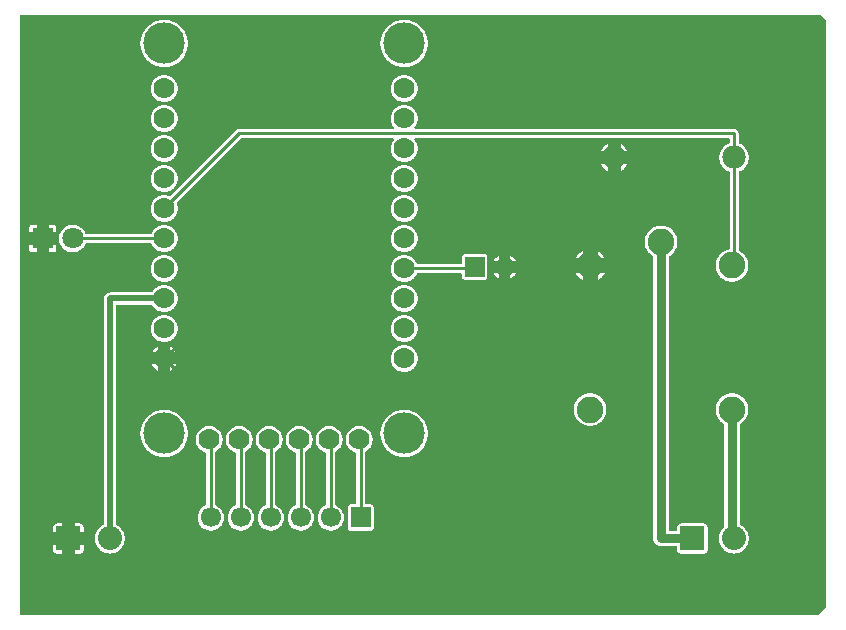
<source format=gbl>
G04 Layer: BottomLayer*
G04 EasyEDA v6.5.22, 2023-03-10 16:28:45*
G04 028e3914a6f949ed9ca799ef75e4ed4f,10*
G04 Gerber Generator version 0.2*
G04 Scale: 100 percent, Rotated: No, Reflected: No *
G04 Dimensions in millimeters *
G04 leading zeros omitted , absolute positions ,4 integer and 5 decimal *
%FSLAX45Y45*%
%MOMM*%

%ADD10C,0.2540*%
%ADD11C,0.8000*%
%ADD12C,0.5000*%
%ADD13R,1.7000X1.7000*%
%ADD14C,1.7000*%
%ADD15C,1.8000*%
%ADD16R,1.8000X1.8000*%
%ADD17R,1.6510X1.6510*%
%ADD18C,1.6510*%
%ADD19C,1.9812*%
%ADD20R,2.0320X2.0320*%
%ADD21C,2.0320*%
%ADD22C,2.2499*%
%ADD23C,3.5052*%
%ADD24C,1.7780*%
%ADD25C,0.0163*%

%LPD*%
G36*
X1318260Y2794000D02*
G01*
X1314348Y2794762D01*
X1311097Y2796997D01*
X1308862Y2800248D01*
X1308100Y2804160D01*
X1308100Y7863840D01*
X1308862Y7867751D01*
X1311097Y7871002D01*
X1314348Y7873238D01*
X1318260Y7874000D01*
X8085683Y7874000D01*
X8089595Y7873238D01*
X8092897Y7871002D01*
X8125002Y7838897D01*
X8127238Y7835595D01*
X8128000Y7831683D01*
X8128000Y2861716D01*
X8127238Y2857804D01*
X8125002Y2854502D01*
X8067497Y2796997D01*
X8064195Y2794762D01*
X8060283Y2794000D01*
G37*

%LPC*%
G36*
X1774189Y3314192D02*
G01*
X1818081Y3314192D01*
X1824380Y3314903D01*
X1829866Y3316833D01*
X1834743Y3319881D01*
X1838858Y3323996D01*
X1841906Y3328873D01*
X1843836Y3334359D01*
X1844548Y3340658D01*
X1844548Y3384550D01*
X1774189Y3384550D01*
G37*
G36*
X1615998Y3314192D02*
G01*
X1659889Y3314192D01*
X1659889Y3384550D01*
X1589532Y3384550D01*
X1589532Y3340658D01*
X1590243Y3334359D01*
X1592173Y3328873D01*
X1595221Y3323996D01*
X1599336Y3319881D01*
X1604213Y3316833D01*
X1609699Y3314903D01*
G37*
G36*
X7350759Y3314192D02*
G01*
X7366152Y3315157D01*
X7381290Y3317900D01*
X7395972Y3322472D01*
X7409992Y3328822D01*
X7423200Y3336798D01*
X7435291Y3346297D01*
X7446162Y3357168D01*
X7455662Y3369259D01*
X7463637Y3382467D01*
X7469987Y3396487D01*
X7474559Y3411169D01*
X7477302Y3426307D01*
X7478268Y3441700D01*
X7477302Y3457092D01*
X7474559Y3472230D01*
X7469987Y3486912D01*
X7463637Y3500932D01*
X7455662Y3514140D01*
X7446162Y3526231D01*
X7435291Y3537102D01*
X7423200Y3546601D01*
X7409992Y3554577D01*
X7405979Y3556406D01*
X7402830Y3558641D01*
X7400747Y3561842D01*
X7399985Y3565651D01*
X7399985Y4405782D01*
X7400594Y4409236D01*
X7402372Y4412284D01*
X7405065Y4414570D01*
X7410145Y4417466D01*
X7423048Y4427118D01*
X7434732Y4438142D01*
X7445095Y4450486D01*
X7453934Y4463897D01*
X7461148Y4478324D01*
X7466685Y4493412D01*
X7470394Y4509058D01*
X7472273Y4525060D01*
X7472273Y4541164D01*
X7470394Y4557166D01*
X7466685Y4572812D01*
X7461148Y4587900D01*
X7453934Y4602327D01*
X7445095Y4615738D01*
X7434732Y4628083D01*
X7423048Y4639106D01*
X7410145Y4648758D01*
X7396225Y4656785D01*
X7381443Y4663135D01*
X7366000Y4667758D01*
X7350150Y4670552D01*
X7334097Y4671517D01*
X7318044Y4670552D01*
X7302195Y4667758D01*
X7286752Y4663135D01*
X7271969Y4656785D01*
X7258050Y4648758D01*
X7245146Y4639106D01*
X7233462Y4628083D01*
X7223099Y4615738D01*
X7214260Y4602327D01*
X7207046Y4587900D01*
X7201509Y4572812D01*
X7197801Y4557166D01*
X7195921Y4541164D01*
X7195921Y4525060D01*
X7197801Y4509058D01*
X7201509Y4493412D01*
X7207046Y4478324D01*
X7214260Y4463897D01*
X7223099Y4450486D01*
X7233462Y4438142D01*
X7245146Y4427118D01*
X7258050Y4417466D01*
X7263130Y4414570D01*
X7265822Y4412284D01*
X7267600Y4409236D01*
X7268209Y4405782D01*
X7268209Y3543300D01*
X7267397Y3539439D01*
X7265212Y3536137D01*
X7255357Y3526231D01*
X7245858Y3514140D01*
X7237882Y3500932D01*
X7231532Y3486912D01*
X7226960Y3472230D01*
X7224217Y3457092D01*
X7223252Y3441700D01*
X7224217Y3426307D01*
X7226960Y3411169D01*
X7231532Y3396487D01*
X7237882Y3382467D01*
X7245858Y3369259D01*
X7255357Y3357168D01*
X7266228Y3346297D01*
X7278319Y3336798D01*
X7291527Y3328822D01*
X7305548Y3322472D01*
X7320229Y3317900D01*
X7335367Y3315157D01*
G37*
G36*
X6899198Y3314192D02*
G01*
X7101281Y3314192D01*
X7107580Y3314903D01*
X7113066Y3316833D01*
X7117943Y3319881D01*
X7122058Y3323996D01*
X7125106Y3328873D01*
X7127036Y3334359D01*
X7127748Y3340658D01*
X7127748Y3542741D01*
X7127036Y3549040D01*
X7125106Y3554526D01*
X7122058Y3559403D01*
X7117943Y3563518D01*
X7113066Y3566566D01*
X7107580Y3568496D01*
X7101281Y3569208D01*
X6899198Y3569208D01*
X6892899Y3568496D01*
X6887413Y3566566D01*
X6882536Y3563518D01*
X6878421Y3559403D01*
X6875373Y3554526D01*
X6873443Y3549040D01*
X6872731Y3542741D01*
X6872731Y3517747D01*
X6871970Y3513886D01*
X6869734Y3510584D01*
X6866483Y3508400D01*
X6862572Y3507587D01*
X6810146Y3507587D01*
X6806285Y3508400D01*
X6802983Y3510584D01*
X6800799Y3513886D01*
X6799986Y3517747D01*
X6799986Y5825744D01*
X6800596Y5829249D01*
X6802374Y5832297D01*
X6805066Y5834583D01*
X6810146Y5837478D01*
X6823049Y5847080D01*
X6834733Y5858154D01*
X6845096Y5870448D01*
X6853936Y5883910D01*
X6861149Y5898286D01*
X6866686Y5913424D01*
X6870395Y5929071D01*
X6872274Y5945073D01*
X6872274Y5961126D01*
X6870395Y5977128D01*
X6866686Y5992774D01*
X6861149Y6007912D01*
X6853936Y6022289D01*
X6845096Y6035751D01*
X6834733Y6048044D01*
X6823049Y6059119D01*
X6810146Y6068720D01*
X6796227Y6076746D01*
X6781444Y6083147D01*
X6766001Y6087770D01*
X6750151Y6090564D01*
X6734098Y6091478D01*
X6718046Y6090564D01*
X6702196Y6087770D01*
X6686753Y6083147D01*
X6671970Y6076746D01*
X6658051Y6068720D01*
X6645148Y6059119D01*
X6633464Y6048044D01*
X6623100Y6035751D01*
X6614261Y6022289D01*
X6607048Y6007912D01*
X6601510Y5992774D01*
X6597802Y5977128D01*
X6595922Y5961126D01*
X6595922Y5945073D01*
X6597802Y5929071D01*
X6601510Y5913424D01*
X6607048Y5898286D01*
X6614261Y5883910D01*
X6623100Y5870448D01*
X6633464Y5858154D01*
X6645148Y5847080D01*
X6658051Y5837478D01*
X6663131Y5834583D01*
X6665823Y5832297D01*
X6667601Y5829249D01*
X6668211Y5825744D01*
X6668211Y3442106D01*
X6669024Y3431387D01*
X6671462Y3421329D01*
X6675424Y3411778D01*
X6680809Y3402990D01*
X6687515Y3395116D01*
X6695389Y3388410D01*
X6704177Y3383026D01*
X6713728Y3379063D01*
X6723786Y3376625D01*
X6734505Y3375812D01*
X6862572Y3375812D01*
X6866483Y3374999D01*
X6869734Y3372815D01*
X6871970Y3369513D01*
X6872731Y3365652D01*
X6872731Y3340658D01*
X6873443Y3334359D01*
X6875373Y3328873D01*
X6878421Y3323996D01*
X6882536Y3319881D01*
X6887413Y3316833D01*
X6892899Y3314903D01*
G37*
G36*
X2067560Y3314192D02*
G01*
X2082952Y3315157D01*
X2098090Y3317900D01*
X2112772Y3322472D01*
X2126792Y3328822D01*
X2140000Y3336798D01*
X2152091Y3346297D01*
X2162962Y3357168D01*
X2172462Y3369259D01*
X2180437Y3382467D01*
X2186787Y3396487D01*
X2191359Y3411169D01*
X2194102Y3426307D01*
X2195068Y3441700D01*
X2194102Y3457092D01*
X2191359Y3472230D01*
X2186787Y3486912D01*
X2180437Y3500932D01*
X2172462Y3514140D01*
X2162962Y3526231D01*
X2152091Y3537102D01*
X2140000Y3546601D01*
X2125929Y3555034D01*
X2123287Y3557320D01*
X2121611Y3560368D01*
X2121001Y3563772D01*
X2121001Y5412638D01*
X2121763Y5416499D01*
X2123998Y5419801D01*
X2127300Y5422036D01*
X2131161Y5422798D01*
X2418334Y5422798D01*
X2421686Y5422239D01*
X2424633Y5420614D01*
X2426919Y5418074D01*
X2434437Y5406237D01*
X2443632Y5395112D01*
X2454148Y5385257D01*
X2465781Y5376773D01*
X2478430Y5369814D01*
X2491841Y5364530D01*
X2505811Y5360924D01*
X2520086Y5359146D01*
X2534513Y5359146D01*
X2548788Y5360924D01*
X2562758Y5364530D01*
X2576169Y5369814D01*
X2588818Y5376773D01*
X2600452Y5385257D01*
X2610967Y5395112D01*
X2620162Y5406237D01*
X2627884Y5418378D01*
X2634030Y5431434D01*
X2638501Y5445150D01*
X2641193Y5459323D01*
X2642108Y5473700D01*
X2641193Y5488076D01*
X2638501Y5502249D01*
X2634030Y5515965D01*
X2627884Y5529021D01*
X2620162Y5541162D01*
X2610967Y5552287D01*
X2600452Y5562142D01*
X2588818Y5570626D01*
X2576169Y5577586D01*
X2562758Y5582869D01*
X2548788Y5586476D01*
X2534513Y5588254D01*
X2520086Y5588254D01*
X2505811Y5586476D01*
X2491841Y5582869D01*
X2478430Y5577586D01*
X2465781Y5570626D01*
X2454148Y5562142D01*
X2443632Y5552287D01*
X2434437Y5541162D01*
X2426919Y5529326D01*
X2424633Y5526786D01*
X2421686Y5525160D01*
X2418334Y5524601D01*
X2070557Y5524601D01*
X2061260Y5523788D01*
X2052726Y5521502D01*
X2044649Y5517743D01*
X2037384Y5512663D01*
X2031136Y5506415D01*
X2026056Y5499150D01*
X2022297Y5491073D01*
X2020011Y5482539D01*
X2019198Y5473242D01*
X2019198Y3566058D01*
X2018436Y3562248D01*
X2016353Y3558997D01*
X2013204Y3556762D01*
X2008327Y3554577D01*
X1995119Y3546601D01*
X1983028Y3537102D01*
X1972157Y3526231D01*
X1962657Y3514140D01*
X1954682Y3500932D01*
X1948332Y3486912D01*
X1943760Y3472230D01*
X1941017Y3457092D01*
X1940052Y3441700D01*
X1941017Y3426307D01*
X1943760Y3411169D01*
X1948332Y3396487D01*
X1954682Y3382467D01*
X1962657Y3369259D01*
X1972157Y3357168D01*
X1983028Y3346297D01*
X1995119Y3336798D01*
X2008327Y3328822D01*
X2022348Y3322472D01*
X2037029Y3317900D01*
X2052167Y3315157D01*
G37*
G36*
X1774189Y3498850D02*
G01*
X1844548Y3498850D01*
X1844548Y3542741D01*
X1843836Y3549040D01*
X1841906Y3554526D01*
X1838858Y3559403D01*
X1834743Y3563518D01*
X1829866Y3566566D01*
X1824380Y3568496D01*
X1818081Y3569208D01*
X1774189Y3569208D01*
G37*
G36*
X1589532Y3498850D02*
G01*
X1659889Y3498850D01*
X1659889Y3569208D01*
X1615998Y3569208D01*
X1609699Y3568496D01*
X1604213Y3566566D01*
X1599336Y3563518D01*
X1595221Y3559403D01*
X1592173Y3554526D01*
X1590243Y3549040D01*
X1589532Y3542741D01*
G37*
G36*
X4106570Y3508603D02*
G01*
X4275429Y3508603D01*
X4281728Y3509314D01*
X4287215Y3511194D01*
X4292092Y3514293D01*
X4296206Y3518408D01*
X4299305Y3523284D01*
X4301185Y3528771D01*
X4301896Y3535070D01*
X4301896Y3703929D01*
X4301185Y3710228D01*
X4299305Y3715715D01*
X4296206Y3720592D01*
X4292092Y3724706D01*
X4287215Y3727805D01*
X4281728Y3729685D01*
X4275429Y3730396D01*
X4239768Y3730396D01*
X4235856Y3731158D01*
X4232605Y3733393D01*
X4230370Y3736695D01*
X4229608Y3740556D01*
X4229608Y4171187D01*
X4230166Y4174540D01*
X4231792Y4177487D01*
X4234332Y4179773D01*
X4245762Y4187037D01*
X4256887Y4196232D01*
X4266742Y4206748D01*
X4275226Y4218381D01*
X4282186Y4231030D01*
X4287469Y4244441D01*
X4291076Y4258411D01*
X4292854Y4272686D01*
X4292854Y4287113D01*
X4291076Y4301388D01*
X4287469Y4315358D01*
X4282186Y4328769D01*
X4275226Y4341418D01*
X4266742Y4353052D01*
X4256887Y4363567D01*
X4245762Y4372762D01*
X4233621Y4380484D01*
X4220565Y4386630D01*
X4206849Y4391101D01*
X4192676Y4393793D01*
X4178300Y4394708D01*
X4163923Y4393793D01*
X4149750Y4391101D01*
X4136034Y4386630D01*
X4122978Y4380484D01*
X4110837Y4372762D01*
X4099712Y4363567D01*
X4089857Y4353052D01*
X4081373Y4341418D01*
X4074414Y4328769D01*
X4069130Y4315358D01*
X4065524Y4301388D01*
X4063746Y4287113D01*
X4063746Y4272686D01*
X4065524Y4258411D01*
X4069130Y4244441D01*
X4074414Y4231030D01*
X4081373Y4218381D01*
X4089857Y4206748D01*
X4099712Y4196232D01*
X4110837Y4187037D01*
X4122978Y4179315D01*
X4136034Y4173169D01*
X4145381Y4170121D01*
X4149039Y4168038D01*
X4151528Y4164634D01*
X4152392Y4160469D01*
X4152392Y3740556D01*
X4151629Y3736695D01*
X4149394Y3733393D01*
X4146143Y3731158D01*
X4142232Y3730396D01*
X4106570Y3730396D01*
X4100271Y3729685D01*
X4094784Y3727805D01*
X4089908Y3724706D01*
X4085793Y3720592D01*
X4082694Y3715715D01*
X4080814Y3710228D01*
X4080103Y3703929D01*
X4080103Y3535070D01*
X4080814Y3528771D01*
X4082694Y3523284D01*
X4085793Y3518408D01*
X4089908Y3514293D01*
X4094784Y3511194D01*
X4100271Y3509314D01*
G37*
G36*
X2917444Y3508654D02*
G01*
X2931668Y3509111D01*
X2945688Y3511397D01*
X2959303Y3515410D01*
X2972308Y3521201D01*
X2984449Y3528568D01*
X2995574Y3537407D01*
X3005429Y3547618D01*
X3013913Y3558997D01*
X3020923Y3571392D01*
X3026257Y3584549D01*
X3029864Y3598316D01*
X3031642Y3612387D01*
X3031642Y3626612D01*
X3029864Y3640683D01*
X3026257Y3654450D01*
X3020923Y3667607D01*
X3013913Y3680002D01*
X3005429Y3691382D01*
X2995574Y3701592D01*
X2984449Y3710432D01*
X2972308Y3717798D01*
X2965653Y3720744D01*
X2962452Y3722979D01*
X2960370Y3726230D01*
X2959608Y3730040D01*
X2959608Y4171187D01*
X2960166Y4174540D01*
X2961792Y4177487D01*
X2964332Y4179773D01*
X2975762Y4187037D01*
X2986887Y4196232D01*
X2996742Y4206748D01*
X3005226Y4218381D01*
X3012186Y4231030D01*
X3017469Y4244441D01*
X3021076Y4258411D01*
X3022854Y4272686D01*
X3022854Y4287113D01*
X3021076Y4301388D01*
X3017469Y4315358D01*
X3012186Y4328769D01*
X3005226Y4341418D01*
X2996742Y4353052D01*
X2986887Y4363567D01*
X2975762Y4372762D01*
X2963621Y4380484D01*
X2950565Y4386630D01*
X2936849Y4391101D01*
X2922676Y4393793D01*
X2908300Y4394708D01*
X2893923Y4393793D01*
X2879750Y4391101D01*
X2866034Y4386630D01*
X2852978Y4380484D01*
X2840837Y4372762D01*
X2829712Y4363567D01*
X2819857Y4353052D01*
X2811373Y4341418D01*
X2804414Y4328769D01*
X2799130Y4315358D01*
X2795524Y4301388D01*
X2793746Y4287113D01*
X2793746Y4272686D01*
X2795524Y4258411D01*
X2799130Y4244441D01*
X2804414Y4231030D01*
X2811373Y4218381D01*
X2819857Y4206748D01*
X2829712Y4196232D01*
X2840837Y4187037D01*
X2852978Y4179315D01*
X2866034Y4173169D01*
X2875381Y4170121D01*
X2879039Y4168038D01*
X2881528Y4164634D01*
X2882392Y4160469D01*
X2882392Y3730294D01*
X2881731Y3726687D01*
X2879801Y3723538D01*
X2876905Y3721252D01*
X2863494Y3714292D01*
X2851861Y3706215D01*
X2841345Y3696665D01*
X2832150Y3685844D01*
X2824378Y3673906D01*
X2818231Y3661105D01*
X2813761Y3647643D01*
X2811018Y3633673D01*
X2810103Y3619500D01*
X2811018Y3605326D01*
X2813761Y3591356D01*
X2818231Y3577894D01*
X2824378Y3565093D01*
X2832150Y3553155D01*
X2841345Y3542334D01*
X2851861Y3532784D01*
X2863494Y3524656D01*
X2876092Y3518103D01*
X2889453Y3513175D01*
X2903321Y3510026D01*
G37*
G36*
X3933444Y3508654D02*
G01*
X3947668Y3509111D01*
X3961688Y3511397D01*
X3975303Y3515410D01*
X3988308Y3521201D01*
X4000449Y3528568D01*
X4011574Y3537407D01*
X4021429Y3547618D01*
X4029913Y3558997D01*
X4036923Y3571392D01*
X4042257Y3584549D01*
X4045864Y3598316D01*
X4047642Y3612387D01*
X4047642Y3626612D01*
X4045864Y3640683D01*
X4042257Y3654450D01*
X4036923Y3667607D01*
X4029913Y3680002D01*
X4021429Y3691382D01*
X4011574Y3701592D01*
X4000449Y3710432D01*
X3988308Y3717798D01*
X3981653Y3720744D01*
X3978452Y3722979D01*
X3976370Y3726230D01*
X3975608Y3730040D01*
X3975608Y4171187D01*
X3976166Y4174540D01*
X3977792Y4177487D01*
X3980332Y4179773D01*
X3991762Y4187037D01*
X4002887Y4196232D01*
X4012742Y4206748D01*
X4021226Y4218381D01*
X4028186Y4231030D01*
X4033469Y4244441D01*
X4037076Y4258411D01*
X4038854Y4272686D01*
X4038854Y4287113D01*
X4037076Y4301388D01*
X4033469Y4315358D01*
X4028186Y4328769D01*
X4021226Y4341418D01*
X4012742Y4353052D01*
X4002887Y4363567D01*
X3991762Y4372762D01*
X3979621Y4380484D01*
X3966565Y4386630D01*
X3952849Y4391101D01*
X3938676Y4393793D01*
X3924300Y4394708D01*
X3909923Y4393793D01*
X3895750Y4391101D01*
X3882034Y4386630D01*
X3868978Y4380484D01*
X3856837Y4372762D01*
X3845712Y4363567D01*
X3835857Y4353052D01*
X3827373Y4341418D01*
X3820414Y4328769D01*
X3815130Y4315358D01*
X3811524Y4301388D01*
X3809746Y4287113D01*
X3809746Y4272686D01*
X3811524Y4258411D01*
X3815130Y4244441D01*
X3820414Y4231030D01*
X3827373Y4218381D01*
X3835857Y4206748D01*
X3845712Y4196232D01*
X3856837Y4187037D01*
X3868978Y4179315D01*
X3882034Y4173169D01*
X3891381Y4170121D01*
X3895039Y4168038D01*
X3897528Y4164634D01*
X3898392Y4160469D01*
X3898392Y3730294D01*
X3897731Y3726687D01*
X3895801Y3723538D01*
X3892905Y3721252D01*
X3879494Y3714292D01*
X3867861Y3706215D01*
X3857345Y3696665D01*
X3848150Y3685844D01*
X3840378Y3673906D01*
X3834231Y3661105D01*
X3829761Y3647643D01*
X3827018Y3633673D01*
X3826103Y3619500D01*
X3827018Y3605326D01*
X3829761Y3591356D01*
X3834231Y3577894D01*
X3840378Y3565093D01*
X3848150Y3553155D01*
X3857345Y3542334D01*
X3867861Y3532784D01*
X3879494Y3524656D01*
X3892092Y3518103D01*
X3905453Y3513175D01*
X3919321Y3510026D01*
G37*
G36*
X3171444Y3508654D02*
G01*
X3185668Y3509111D01*
X3199688Y3511397D01*
X3213303Y3515410D01*
X3226308Y3521201D01*
X3238449Y3528568D01*
X3249574Y3537407D01*
X3259429Y3547618D01*
X3267913Y3558997D01*
X3274923Y3571392D01*
X3280257Y3584549D01*
X3283864Y3598316D01*
X3285642Y3612387D01*
X3285642Y3626612D01*
X3283864Y3640683D01*
X3280257Y3654450D01*
X3274923Y3667607D01*
X3267913Y3680002D01*
X3259429Y3691382D01*
X3249574Y3701592D01*
X3238449Y3710432D01*
X3226308Y3717798D01*
X3219653Y3720744D01*
X3216452Y3722979D01*
X3214370Y3726230D01*
X3213608Y3730040D01*
X3213608Y4171187D01*
X3214166Y4174540D01*
X3215792Y4177487D01*
X3218332Y4179773D01*
X3229762Y4187037D01*
X3240887Y4196232D01*
X3250742Y4206748D01*
X3259226Y4218381D01*
X3266186Y4231030D01*
X3271469Y4244441D01*
X3275076Y4258411D01*
X3276854Y4272686D01*
X3276854Y4287113D01*
X3275076Y4301388D01*
X3271469Y4315358D01*
X3266186Y4328769D01*
X3259226Y4341418D01*
X3250742Y4353052D01*
X3240887Y4363567D01*
X3229762Y4372762D01*
X3217621Y4380484D01*
X3204565Y4386630D01*
X3190849Y4391101D01*
X3176676Y4393793D01*
X3162300Y4394708D01*
X3147923Y4393793D01*
X3133750Y4391101D01*
X3120034Y4386630D01*
X3106978Y4380484D01*
X3094837Y4372762D01*
X3083712Y4363567D01*
X3073857Y4353052D01*
X3065373Y4341418D01*
X3058414Y4328769D01*
X3053130Y4315358D01*
X3049524Y4301388D01*
X3047746Y4287113D01*
X3047746Y4272686D01*
X3049524Y4258411D01*
X3053130Y4244441D01*
X3058414Y4231030D01*
X3065373Y4218381D01*
X3073857Y4206748D01*
X3083712Y4196232D01*
X3094837Y4187037D01*
X3106978Y4179315D01*
X3120034Y4173169D01*
X3129381Y4170121D01*
X3133039Y4168038D01*
X3135528Y4164634D01*
X3136392Y4160469D01*
X3136392Y3730294D01*
X3135731Y3726687D01*
X3133801Y3723538D01*
X3130905Y3721252D01*
X3117494Y3714292D01*
X3105861Y3706215D01*
X3095345Y3696665D01*
X3086150Y3685844D01*
X3078378Y3673906D01*
X3072231Y3661105D01*
X3067761Y3647643D01*
X3065018Y3633673D01*
X3064103Y3619500D01*
X3065018Y3605326D01*
X3067761Y3591356D01*
X3072231Y3577894D01*
X3078378Y3565093D01*
X3086150Y3553155D01*
X3095345Y3542334D01*
X3105861Y3532784D01*
X3117494Y3524656D01*
X3130092Y3518103D01*
X3143453Y3513175D01*
X3157321Y3510026D01*
G37*
G36*
X3679444Y3508654D02*
G01*
X3693668Y3509111D01*
X3707688Y3511397D01*
X3721303Y3515410D01*
X3734308Y3521201D01*
X3746449Y3528568D01*
X3757574Y3537407D01*
X3767429Y3547618D01*
X3775913Y3558997D01*
X3782923Y3571392D01*
X3788257Y3584549D01*
X3791864Y3598316D01*
X3793642Y3612387D01*
X3793642Y3626612D01*
X3791864Y3640683D01*
X3788257Y3654450D01*
X3782923Y3667607D01*
X3775913Y3680002D01*
X3767429Y3691382D01*
X3757574Y3701592D01*
X3746449Y3710432D01*
X3734308Y3717798D01*
X3727653Y3720744D01*
X3724452Y3722979D01*
X3722370Y3726230D01*
X3721608Y3730040D01*
X3721608Y4171187D01*
X3722166Y4174540D01*
X3723792Y4177487D01*
X3726332Y4179773D01*
X3737762Y4187037D01*
X3748887Y4196232D01*
X3758742Y4206748D01*
X3767226Y4218381D01*
X3774186Y4231030D01*
X3779469Y4244441D01*
X3783076Y4258411D01*
X3784854Y4272686D01*
X3784854Y4287113D01*
X3783076Y4301388D01*
X3779469Y4315358D01*
X3774186Y4328769D01*
X3767226Y4341418D01*
X3758742Y4353052D01*
X3748887Y4363567D01*
X3737762Y4372762D01*
X3725621Y4380484D01*
X3712565Y4386630D01*
X3698849Y4391101D01*
X3684676Y4393793D01*
X3670300Y4394708D01*
X3655923Y4393793D01*
X3641750Y4391101D01*
X3628034Y4386630D01*
X3614978Y4380484D01*
X3602837Y4372762D01*
X3591712Y4363567D01*
X3581857Y4353052D01*
X3573373Y4341418D01*
X3566414Y4328769D01*
X3561130Y4315358D01*
X3557524Y4301388D01*
X3555746Y4287113D01*
X3555746Y4272686D01*
X3557524Y4258411D01*
X3561130Y4244441D01*
X3566414Y4231030D01*
X3573373Y4218381D01*
X3581857Y4206748D01*
X3591712Y4196232D01*
X3602837Y4187037D01*
X3614978Y4179315D01*
X3628034Y4173169D01*
X3637381Y4170121D01*
X3641039Y4168038D01*
X3643528Y4164634D01*
X3644392Y4160469D01*
X3644392Y3730294D01*
X3643731Y3726687D01*
X3641801Y3723538D01*
X3638905Y3721252D01*
X3625494Y3714292D01*
X3613861Y3706215D01*
X3603345Y3696665D01*
X3594150Y3685844D01*
X3586378Y3673906D01*
X3580231Y3661105D01*
X3575761Y3647643D01*
X3573018Y3633673D01*
X3572103Y3619500D01*
X3573018Y3605326D01*
X3575761Y3591356D01*
X3580231Y3577894D01*
X3586378Y3565093D01*
X3594150Y3553155D01*
X3603345Y3542334D01*
X3613861Y3532784D01*
X3625494Y3524656D01*
X3638092Y3518103D01*
X3651453Y3513175D01*
X3665321Y3510026D01*
G37*
G36*
X3425444Y3508654D02*
G01*
X3439668Y3509111D01*
X3453688Y3511397D01*
X3467303Y3515410D01*
X3480308Y3521201D01*
X3492449Y3528568D01*
X3503574Y3537407D01*
X3513429Y3547618D01*
X3521913Y3558997D01*
X3528923Y3571392D01*
X3534257Y3584549D01*
X3537864Y3598316D01*
X3539642Y3612387D01*
X3539642Y3626612D01*
X3537864Y3640683D01*
X3534257Y3654450D01*
X3528923Y3667607D01*
X3521913Y3680002D01*
X3513429Y3691382D01*
X3503574Y3701592D01*
X3492449Y3710432D01*
X3480308Y3717798D01*
X3473653Y3720744D01*
X3470452Y3722979D01*
X3468370Y3726230D01*
X3467608Y3730040D01*
X3467608Y4171187D01*
X3468166Y4174540D01*
X3469792Y4177487D01*
X3472332Y4179773D01*
X3483762Y4187037D01*
X3494887Y4196232D01*
X3504742Y4206748D01*
X3513226Y4218381D01*
X3520186Y4231030D01*
X3525469Y4244441D01*
X3529076Y4258411D01*
X3530854Y4272686D01*
X3530854Y4287113D01*
X3529076Y4301388D01*
X3525469Y4315358D01*
X3520186Y4328769D01*
X3513226Y4341418D01*
X3504742Y4353052D01*
X3494887Y4363567D01*
X3483762Y4372762D01*
X3471621Y4380484D01*
X3458565Y4386630D01*
X3444849Y4391101D01*
X3430676Y4393793D01*
X3416300Y4394708D01*
X3401923Y4393793D01*
X3387750Y4391101D01*
X3374034Y4386630D01*
X3360978Y4380484D01*
X3348837Y4372762D01*
X3337712Y4363567D01*
X3327857Y4353052D01*
X3319373Y4341418D01*
X3312414Y4328769D01*
X3307130Y4315358D01*
X3303524Y4301388D01*
X3301746Y4287113D01*
X3301746Y4272686D01*
X3303524Y4258411D01*
X3307130Y4244441D01*
X3312414Y4231030D01*
X3319373Y4218381D01*
X3327857Y4206748D01*
X3337712Y4196232D01*
X3348837Y4187037D01*
X3360978Y4179315D01*
X3374034Y4173169D01*
X3383381Y4170121D01*
X3387039Y4168038D01*
X3389528Y4164634D01*
X3390392Y4160469D01*
X3390392Y3730294D01*
X3389731Y3726687D01*
X3387801Y3723538D01*
X3384905Y3721252D01*
X3371494Y3714292D01*
X3359861Y3706215D01*
X3349345Y3696665D01*
X3340150Y3685844D01*
X3332378Y3673906D01*
X3326231Y3661105D01*
X3321761Y3647643D01*
X3319018Y3633673D01*
X3318103Y3619500D01*
X3319018Y3605326D01*
X3321761Y3591356D01*
X3326231Y3577894D01*
X3332378Y3565093D01*
X3340150Y3553155D01*
X3349345Y3542334D01*
X3359861Y3532784D01*
X3371494Y3524656D01*
X3384092Y3518103D01*
X3397453Y3513175D01*
X3411321Y3510026D01*
G37*
G36*
X2532176Y4129582D02*
G01*
X2551531Y4131005D01*
X2570683Y4134307D01*
X2589479Y4139387D01*
X2607614Y4146296D01*
X2625039Y4154881D01*
X2641549Y4165142D01*
X2656992Y4176928D01*
X2671267Y4190187D01*
X2684119Y4204716D01*
X2695549Y4220464D01*
X2705404Y4237228D01*
X2713583Y4254855D01*
X2720035Y4273194D01*
X2724708Y4292041D01*
X2727502Y4311294D01*
X2728468Y4330700D01*
X2727502Y4350105D01*
X2724708Y4369358D01*
X2720035Y4388205D01*
X2713583Y4406544D01*
X2705404Y4424172D01*
X2695549Y4440936D01*
X2684119Y4456684D01*
X2671267Y4471212D01*
X2656992Y4484471D01*
X2641549Y4496257D01*
X2625039Y4506518D01*
X2607614Y4515104D01*
X2589479Y4522012D01*
X2570683Y4527092D01*
X2551531Y4530394D01*
X2532176Y4531817D01*
X2512720Y4531309D01*
X2493416Y4528972D01*
X2474468Y4524806D01*
X2455976Y4518761D01*
X2438146Y4511040D01*
X2421178Y4501591D01*
X2405176Y4490516D01*
X2390292Y4478020D01*
X2376728Y4464100D01*
X2364536Y4448911D01*
X2353919Y4432655D01*
X2344877Y4415485D01*
X2337562Y4397451D01*
X2331974Y4378858D01*
X2328265Y4359757D01*
X2326386Y4340402D01*
X2326386Y4320997D01*
X2328265Y4301642D01*
X2331974Y4282541D01*
X2337562Y4263948D01*
X2344877Y4245914D01*
X2353919Y4228744D01*
X2364536Y4212488D01*
X2376728Y4197299D01*
X2390292Y4183379D01*
X2405176Y4170883D01*
X2421178Y4159808D01*
X2438146Y4150360D01*
X2455976Y4142638D01*
X2474468Y4136593D01*
X2493416Y4132427D01*
X2512720Y4130090D01*
G37*
G36*
X4564176Y4129582D02*
G01*
X4583531Y4131005D01*
X4602683Y4134307D01*
X4621479Y4139387D01*
X4639614Y4146296D01*
X4657039Y4154881D01*
X4673549Y4165142D01*
X4688992Y4176928D01*
X4703267Y4190187D01*
X4716119Y4204716D01*
X4727549Y4220464D01*
X4737404Y4237228D01*
X4745583Y4254855D01*
X4752035Y4273194D01*
X4756708Y4292041D01*
X4759502Y4311294D01*
X4760468Y4330700D01*
X4759502Y4350105D01*
X4756708Y4369358D01*
X4752035Y4388205D01*
X4745583Y4406544D01*
X4737404Y4424172D01*
X4727549Y4440936D01*
X4716119Y4456684D01*
X4703267Y4471212D01*
X4688992Y4484471D01*
X4673549Y4496257D01*
X4657039Y4506518D01*
X4639614Y4515104D01*
X4621479Y4522012D01*
X4602683Y4527092D01*
X4583531Y4530394D01*
X4564176Y4531817D01*
X4544720Y4531309D01*
X4525416Y4528972D01*
X4506468Y4524806D01*
X4487976Y4518761D01*
X4470146Y4511040D01*
X4453178Y4501591D01*
X4437176Y4490516D01*
X4422292Y4478020D01*
X4408728Y4464100D01*
X4396536Y4448911D01*
X4385919Y4432655D01*
X4376877Y4415485D01*
X4369562Y4397451D01*
X4363974Y4378858D01*
X4360265Y4359757D01*
X4358386Y4340402D01*
X4358386Y4320997D01*
X4360265Y4301642D01*
X4363974Y4282541D01*
X4369562Y4263948D01*
X4376877Y4245914D01*
X4385919Y4228744D01*
X4396536Y4212488D01*
X4408728Y4197299D01*
X4422292Y4183379D01*
X4437176Y4170883D01*
X4453178Y4159808D01*
X4470146Y4150360D01*
X4487976Y4142638D01*
X4506468Y4136593D01*
X4525416Y4132427D01*
X4544720Y4130090D01*
G37*
G36*
X6134100Y4394708D02*
G01*
X6150152Y4395673D01*
X6166002Y4398467D01*
X6181445Y4403090D01*
X6196228Y4409440D01*
X6210147Y4417466D01*
X6223050Y4427118D01*
X6234734Y4438142D01*
X6245098Y4450486D01*
X6253937Y4463897D01*
X6261150Y4478324D01*
X6266688Y4493412D01*
X6270396Y4509058D01*
X6272276Y4525060D01*
X6272276Y4541164D01*
X6270396Y4557166D01*
X6266688Y4572812D01*
X6261150Y4587900D01*
X6253937Y4602327D01*
X6245098Y4615738D01*
X6234734Y4628083D01*
X6223050Y4639106D01*
X6210147Y4648758D01*
X6196228Y4656785D01*
X6181445Y4663135D01*
X6166002Y4667758D01*
X6150152Y4670552D01*
X6134100Y4671517D01*
X6118047Y4670552D01*
X6102197Y4667758D01*
X6086754Y4663135D01*
X6071971Y4656785D01*
X6058052Y4648758D01*
X6045149Y4639106D01*
X6033465Y4628083D01*
X6023102Y4615738D01*
X6014262Y4602327D01*
X6007049Y4587900D01*
X6001512Y4572812D01*
X5997803Y4557166D01*
X5995924Y4541164D01*
X5995924Y4525060D01*
X5997803Y4509058D01*
X6001512Y4493412D01*
X6007049Y4478324D01*
X6014262Y4463897D01*
X6023102Y4450486D01*
X6033465Y4438142D01*
X6045149Y4427118D01*
X6058052Y4417466D01*
X6071971Y4409440D01*
X6086754Y4403090D01*
X6102197Y4398467D01*
X6118047Y4395673D01*
G37*
G36*
X4552086Y4851146D02*
G01*
X4566513Y4851146D01*
X4580788Y4852924D01*
X4594758Y4856530D01*
X4608169Y4861814D01*
X4620818Y4868773D01*
X4632452Y4877257D01*
X4642967Y4887112D01*
X4652162Y4898237D01*
X4659884Y4910378D01*
X4666030Y4923434D01*
X4670501Y4937150D01*
X4673193Y4951323D01*
X4674108Y4965700D01*
X4673193Y4980076D01*
X4670501Y4994249D01*
X4666030Y5007965D01*
X4659884Y5021021D01*
X4652162Y5033162D01*
X4642967Y5044287D01*
X4632452Y5054142D01*
X4620818Y5062626D01*
X4608169Y5069586D01*
X4594758Y5074869D01*
X4580788Y5078476D01*
X4566513Y5080254D01*
X4552086Y5080254D01*
X4537811Y5078476D01*
X4523841Y5074869D01*
X4510430Y5069586D01*
X4497781Y5062626D01*
X4486148Y5054142D01*
X4475632Y5044287D01*
X4466437Y5033162D01*
X4458716Y5021021D01*
X4452569Y5007965D01*
X4448098Y4994249D01*
X4445406Y4980076D01*
X4444492Y4965700D01*
X4445406Y4951323D01*
X4448098Y4937150D01*
X4452569Y4923434D01*
X4458716Y4910378D01*
X4466437Y4898237D01*
X4475632Y4887112D01*
X4486148Y4877257D01*
X4497781Y4868773D01*
X4510430Y4861814D01*
X4523841Y4856530D01*
X4537811Y4852924D01*
G37*
G36*
X2476500Y4862880D02*
G01*
X2476500Y4914900D01*
X2424582Y4914900D01*
X2426716Y4910378D01*
X2434437Y4898237D01*
X2443632Y4887112D01*
X2454148Y4877257D01*
X2465781Y4868773D01*
G37*
G36*
X2578100Y4862880D02*
G01*
X2588818Y4868773D01*
X2600452Y4877257D01*
X2610967Y4887112D01*
X2620162Y4898237D01*
X2627884Y4910378D01*
X2630017Y4914900D01*
X2578100Y4914900D01*
G37*
G36*
X2578100Y5016500D02*
G01*
X2630017Y5016500D01*
X2627884Y5021021D01*
X2620162Y5033162D01*
X2610967Y5044287D01*
X2600452Y5054142D01*
X2588818Y5062626D01*
X2578100Y5068519D01*
G37*
G36*
X2424582Y5016500D02*
G01*
X2476500Y5016500D01*
X2476500Y5068519D01*
X2465781Y5062626D01*
X2454148Y5054142D01*
X2443632Y5044287D01*
X2434437Y5033162D01*
X2426716Y5021021D01*
G37*
G36*
X4552086Y5105146D02*
G01*
X4566513Y5105146D01*
X4580788Y5106924D01*
X4594758Y5110530D01*
X4608169Y5115814D01*
X4620818Y5122773D01*
X4632452Y5131257D01*
X4642967Y5141112D01*
X4652162Y5152237D01*
X4659884Y5164378D01*
X4666030Y5177434D01*
X4670501Y5191150D01*
X4673193Y5205323D01*
X4674108Y5219700D01*
X4673193Y5234076D01*
X4670501Y5248249D01*
X4666030Y5261965D01*
X4659884Y5275021D01*
X4652162Y5287162D01*
X4642967Y5298287D01*
X4632452Y5308142D01*
X4620818Y5316626D01*
X4608169Y5323586D01*
X4594758Y5328869D01*
X4580788Y5332476D01*
X4566513Y5334254D01*
X4552086Y5334254D01*
X4537811Y5332476D01*
X4523841Y5328869D01*
X4510430Y5323586D01*
X4497781Y5316626D01*
X4486148Y5308142D01*
X4475632Y5298287D01*
X4466437Y5287162D01*
X4458716Y5275021D01*
X4452569Y5261965D01*
X4448098Y5248249D01*
X4445406Y5234076D01*
X4444492Y5219700D01*
X4445406Y5205323D01*
X4448098Y5191150D01*
X4452569Y5177434D01*
X4458716Y5164378D01*
X4466437Y5152237D01*
X4475632Y5141112D01*
X4486148Y5131257D01*
X4497781Y5122773D01*
X4510430Y5115814D01*
X4523841Y5110530D01*
X4537811Y5106924D01*
G37*
G36*
X2520086Y5105146D02*
G01*
X2534513Y5105146D01*
X2548788Y5106924D01*
X2562758Y5110530D01*
X2576169Y5115814D01*
X2588818Y5122773D01*
X2600452Y5131257D01*
X2610967Y5141112D01*
X2620162Y5152237D01*
X2627884Y5164378D01*
X2634030Y5177434D01*
X2638501Y5191150D01*
X2641193Y5205323D01*
X2642108Y5219700D01*
X2641193Y5234076D01*
X2638501Y5248249D01*
X2634030Y5261965D01*
X2627884Y5275021D01*
X2620162Y5287162D01*
X2610967Y5298287D01*
X2600452Y5308142D01*
X2588818Y5316626D01*
X2576169Y5323586D01*
X2562758Y5328869D01*
X2548788Y5332476D01*
X2534513Y5334254D01*
X2520086Y5334254D01*
X2505811Y5332476D01*
X2491841Y5328869D01*
X2478430Y5323586D01*
X2465781Y5316626D01*
X2454148Y5308142D01*
X2443632Y5298287D01*
X2434437Y5287162D01*
X2426716Y5275021D01*
X2420569Y5261965D01*
X2416098Y5248249D01*
X2413406Y5234076D01*
X2412492Y5219700D01*
X2413406Y5205323D01*
X2416098Y5191150D01*
X2420569Y5177434D01*
X2426716Y5164378D01*
X2434437Y5152237D01*
X2443632Y5141112D01*
X2454148Y5131257D01*
X2465781Y5122773D01*
X2478430Y5115814D01*
X2491841Y5110530D01*
X2505811Y5106924D01*
G37*
G36*
X4552086Y5359146D02*
G01*
X4566513Y5359146D01*
X4580788Y5360924D01*
X4594758Y5364530D01*
X4608169Y5369814D01*
X4620818Y5376773D01*
X4632452Y5385257D01*
X4642967Y5395112D01*
X4652162Y5406237D01*
X4659884Y5418378D01*
X4666030Y5431434D01*
X4670501Y5445150D01*
X4673193Y5459323D01*
X4674108Y5473700D01*
X4673193Y5488076D01*
X4670501Y5502249D01*
X4666030Y5515965D01*
X4659884Y5529021D01*
X4652162Y5541162D01*
X4642967Y5552287D01*
X4632452Y5562142D01*
X4620818Y5570626D01*
X4608169Y5577586D01*
X4594758Y5582869D01*
X4580788Y5586476D01*
X4566513Y5588254D01*
X4552086Y5588254D01*
X4537811Y5586476D01*
X4523841Y5582869D01*
X4510430Y5577586D01*
X4497781Y5570626D01*
X4486148Y5562142D01*
X4475632Y5552287D01*
X4466437Y5541162D01*
X4458716Y5529021D01*
X4452569Y5515965D01*
X4448098Y5502249D01*
X4445406Y5488076D01*
X4444492Y5473700D01*
X4445406Y5459323D01*
X4448098Y5445150D01*
X4452569Y5431434D01*
X4458716Y5418378D01*
X4466437Y5406237D01*
X4475632Y5395112D01*
X4486148Y5385257D01*
X4497781Y5376773D01*
X4510430Y5369814D01*
X4523841Y5364530D01*
X4537811Y5360924D01*
G37*
G36*
X2520086Y5613146D02*
G01*
X2534513Y5613146D01*
X2548788Y5614924D01*
X2562758Y5618530D01*
X2576169Y5623814D01*
X2588818Y5630773D01*
X2600452Y5639257D01*
X2610967Y5649112D01*
X2620162Y5660237D01*
X2627884Y5672378D01*
X2634030Y5685434D01*
X2638501Y5699150D01*
X2641193Y5713323D01*
X2642108Y5727700D01*
X2641193Y5742076D01*
X2638501Y5756249D01*
X2634030Y5769965D01*
X2627884Y5783021D01*
X2620162Y5795162D01*
X2610967Y5806287D01*
X2600452Y5816142D01*
X2588818Y5824626D01*
X2576169Y5831586D01*
X2562758Y5836869D01*
X2548788Y5840476D01*
X2534513Y5842254D01*
X2520086Y5842254D01*
X2505811Y5840476D01*
X2491841Y5836869D01*
X2478430Y5831586D01*
X2465781Y5824626D01*
X2454148Y5816142D01*
X2443632Y5806287D01*
X2434437Y5795162D01*
X2426716Y5783021D01*
X2420569Y5769965D01*
X2416098Y5756249D01*
X2413406Y5742076D01*
X2412492Y5727700D01*
X2413406Y5713323D01*
X2416098Y5699150D01*
X2420569Y5685434D01*
X2426716Y5672378D01*
X2434437Y5660237D01*
X2443632Y5649112D01*
X2454148Y5639257D01*
X2465781Y5630773D01*
X2478430Y5623814D01*
X2491841Y5618530D01*
X2505811Y5614924D01*
G37*
G36*
X4552086Y5613146D02*
G01*
X4566513Y5613146D01*
X4580788Y5614924D01*
X4594758Y5618530D01*
X4608169Y5623814D01*
X4620818Y5630773D01*
X4632452Y5639257D01*
X4642967Y5649112D01*
X4652162Y5660237D01*
X4659884Y5672378D01*
X4665014Y5683250D01*
X4667250Y5686348D01*
X4670450Y5688380D01*
X4674209Y5689092D01*
X5037582Y5689092D01*
X5041493Y5688330D01*
X5044744Y5686094D01*
X5046980Y5682843D01*
X5047742Y5678932D01*
X5047742Y5658408D01*
X5048453Y5652109D01*
X5050383Y5646623D01*
X5053431Y5641746D01*
X5057546Y5637631D01*
X5062423Y5634583D01*
X5067909Y5632653D01*
X5074208Y5631942D01*
X5238191Y5631942D01*
X5244490Y5632653D01*
X5249976Y5634583D01*
X5254853Y5637631D01*
X5258968Y5641746D01*
X5262016Y5646623D01*
X5263946Y5652109D01*
X5264658Y5658408D01*
X5264658Y5822391D01*
X5263946Y5828690D01*
X5262016Y5834176D01*
X5258968Y5839053D01*
X5254853Y5843168D01*
X5249976Y5846216D01*
X5244490Y5848146D01*
X5238191Y5848858D01*
X5074208Y5848858D01*
X5067909Y5848146D01*
X5062423Y5846216D01*
X5057546Y5843168D01*
X5053431Y5839053D01*
X5050383Y5834176D01*
X5048453Y5828690D01*
X5047742Y5822391D01*
X5047742Y5776468D01*
X5046980Y5772556D01*
X5044744Y5769305D01*
X5041493Y5767070D01*
X5037582Y5766308D01*
X4674209Y5766308D01*
X4670450Y5767019D01*
X4667250Y5769051D01*
X4665014Y5772150D01*
X4659884Y5783021D01*
X4652162Y5795162D01*
X4642967Y5806287D01*
X4632452Y5816142D01*
X4620818Y5824626D01*
X4608169Y5831586D01*
X4594758Y5836869D01*
X4580788Y5840476D01*
X4566513Y5842254D01*
X4552086Y5842254D01*
X4537811Y5840476D01*
X4523841Y5836869D01*
X4510430Y5831586D01*
X4497781Y5824626D01*
X4486148Y5816142D01*
X4475632Y5806287D01*
X4466437Y5795162D01*
X4458716Y5783021D01*
X4452569Y5769965D01*
X4448098Y5756249D01*
X4445406Y5742076D01*
X4444492Y5727700D01*
X4445406Y5713323D01*
X4448098Y5699150D01*
X4452569Y5685434D01*
X4458716Y5672378D01*
X4466437Y5660237D01*
X4475632Y5649112D01*
X4486148Y5639257D01*
X4497781Y5630773D01*
X4510430Y5623814D01*
X4523841Y5618530D01*
X4537811Y5614924D01*
G37*
G36*
X7334097Y5614720D02*
G01*
X7350150Y5615635D01*
X7366000Y5618429D01*
X7381443Y5623052D01*
X7396225Y5629452D01*
X7410145Y5637479D01*
X7423048Y5647080D01*
X7434732Y5658154D01*
X7445095Y5670448D01*
X7453934Y5683910D01*
X7461148Y5698286D01*
X7466685Y5713425D01*
X7470394Y5729071D01*
X7472273Y5745073D01*
X7472273Y5761126D01*
X7470394Y5777128D01*
X7466685Y5792774D01*
X7461148Y5807913D01*
X7453934Y5822289D01*
X7445095Y5835751D01*
X7434732Y5848045D01*
X7423048Y5859119D01*
X7410145Y5868720D01*
X7396988Y5876340D01*
X7394295Y5878576D01*
X7392517Y5881624D01*
X7391908Y5885129D01*
X7391908Y6541516D01*
X7392619Y6545326D01*
X7394752Y6548577D01*
X7397902Y6550812D01*
X7411364Y6556857D01*
X7424267Y6564680D01*
X7436154Y6573977D01*
X7446822Y6584645D01*
X7456119Y6596532D01*
X7463942Y6609435D01*
X7470140Y6623202D01*
X7474610Y6637578D01*
X7477353Y6652463D01*
X7478268Y6667500D01*
X7477353Y6682536D01*
X7474610Y6697421D01*
X7470140Y6711797D01*
X7463942Y6725564D01*
X7456119Y6738467D01*
X7446822Y6750354D01*
X7436154Y6761022D01*
X7424267Y6770319D01*
X7411364Y6778142D01*
X7397902Y6784187D01*
X7394752Y6786422D01*
X7392619Y6789674D01*
X7391908Y6793484D01*
X7391908Y6870192D01*
X7391095Y6878218D01*
X7388910Y6885431D01*
X7385354Y6892137D01*
X7380579Y6897979D01*
X7374737Y6902754D01*
X7368031Y6906310D01*
X7360818Y6908495D01*
X7352792Y6909308D01*
X4656429Y6909308D01*
X4652721Y6910019D01*
X4649470Y6912051D01*
X4647234Y6915150D01*
X4646320Y6918807D01*
X4646777Y6922617D01*
X4648606Y6925919D01*
X4652162Y6930237D01*
X4659884Y6942378D01*
X4666030Y6955434D01*
X4670501Y6969150D01*
X4673193Y6983323D01*
X4674108Y6997700D01*
X4673193Y7012076D01*
X4670501Y7026249D01*
X4666030Y7039965D01*
X4659884Y7053021D01*
X4652162Y7065162D01*
X4642967Y7076287D01*
X4632452Y7086142D01*
X4620818Y7094626D01*
X4608169Y7101586D01*
X4594758Y7106869D01*
X4580788Y7110475D01*
X4566513Y7112253D01*
X4552086Y7112253D01*
X4537811Y7110475D01*
X4523841Y7106869D01*
X4510430Y7101586D01*
X4497781Y7094626D01*
X4486148Y7086142D01*
X4475632Y7076287D01*
X4466437Y7065162D01*
X4458716Y7053021D01*
X4452569Y7039965D01*
X4448098Y7026249D01*
X4445406Y7012076D01*
X4444492Y6997700D01*
X4445406Y6983323D01*
X4448098Y6969150D01*
X4452569Y6955434D01*
X4458716Y6942378D01*
X4466437Y6930237D01*
X4469993Y6925919D01*
X4471822Y6922617D01*
X4472279Y6918807D01*
X4471365Y6915150D01*
X4469130Y6912051D01*
X4465878Y6910019D01*
X4462170Y6909308D01*
X3162808Y6909308D01*
X3154781Y6908495D01*
X3147568Y6906310D01*
X3140862Y6902754D01*
X3134664Y6897624D01*
X2581148Y6344158D01*
X2577947Y6341973D01*
X2574086Y6341211D01*
X2570226Y6341922D01*
X2562758Y6344869D01*
X2548788Y6348476D01*
X2534513Y6350254D01*
X2520086Y6350254D01*
X2505811Y6348476D01*
X2491841Y6344869D01*
X2478430Y6339586D01*
X2465781Y6332626D01*
X2454148Y6324142D01*
X2443632Y6314287D01*
X2434437Y6303162D01*
X2426716Y6291021D01*
X2420569Y6277965D01*
X2416098Y6264249D01*
X2413406Y6250076D01*
X2412492Y6235700D01*
X2413406Y6221323D01*
X2416098Y6207150D01*
X2420569Y6193434D01*
X2426716Y6180378D01*
X2434437Y6168237D01*
X2443632Y6157112D01*
X2454148Y6147257D01*
X2465781Y6138773D01*
X2478430Y6131814D01*
X2491841Y6126530D01*
X2505811Y6122924D01*
X2520086Y6121146D01*
X2534513Y6121146D01*
X2548788Y6122924D01*
X2562758Y6126530D01*
X2576169Y6131814D01*
X2588818Y6138773D01*
X2600452Y6147257D01*
X2610967Y6157112D01*
X2620162Y6168237D01*
X2627884Y6180378D01*
X2634030Y6193434D01*
X2638501Y6207150D01*
X2641193Y6221323D01*
X2642108Y6235700D01*
X2641193Y6250076D01*
X2638501Y6264249D01*
X2633929Y6278219D01*
X2632964Y6282232D01*
X2633675Y6286296D01*
X2635910Y6289700D01*
X3175304Y6829094D01*
X3178606Y6831330D01*
X3182518Y6832092D01*
X4462170Y6832092D01*
X4465878Y6831380D01*
X4469130Y6829348D01*
X4471365Y6826250D01*
X4472279Y6822592D01*
X4471822Y6818782D01*
X4469993Y6815480D01*
X4466437Y6811162D01*
X4458716Y6799021D01*
X4452569Y6785965D01*
X4448098Y6772249D01*
X4445406Y6758076D01*
X4444492Y6743700D01*
X4445406Y6729323D01*
X4448098Y6715150D01*
X4452569Y6701434D01*
X4458716Y6688378D01*
X4466437Y6676237D01*
X4475632Y6665112D01*
X4486148Y6655257D01*
X4497781Y6646773D01*
X4510430Y6639814D01*
X4523841Y6634530D01*
X4537811Y6630924D01*
X4552086Y6629146D01*
X4566513Y6629146D01*
X4580788Y6630924D01*
X4594758Y6634530D01*
X4608169Y6639814D01*
X4620818Y6646773D01*
X4632452Y6655257D01*
X4642967Y6665112D01*
X4652162Y6676237D01*
X4659884Y6688378D01*
X4666030Y6701434D01*
X4670501Y6715150D01*
X4673193Y6729323D01*
X4674108Y6743700D01*
X4673193Y6758076D01*
X4670501Y6772249D01*
X4666030Y6785965D01*
X4659884Y6799021D01*
X4652162Y6811162D01*
X4648606Y6815480D01*
X4646777Y6818782D01*
X4646320Y6822592D01*
X4647234Y6826250D01*
X4649470Y6829348D01*
X4652721Y6831380D01*
X4656429Y6832092D01*
X7304531Y6832092D01*
X7308443Y6831330D01*
X7311694Y6829094D01*
X7313930Y6825843D01*
X7314692Y6821931D01*
X7314692Y6793484D01*
X7313980Y6789674D01*
X7311847Y6786422D01*
X7308697Y6784187D01*
X7295235Y6778142D01*
X7282332Y6770319D01*
X7270445Y6761022D01*
X7259777Y6750354D01*
X7250480Y6738467D01*
X7242657Y6725564D01*
X7236459Y6711797D01*
X7231989Y6697421D01*
X7229246Y6682536D01*
X7228331Y6667500D01*
X7229246Y6652463D01*
X7231989Y6637578D01*
X7236459Y6623202D01*
X7242657Y6609435D01*
X7250480Y6596532D01*
X7259777Y6584645D01*
X7270445Y6573977D01*
X7282332Y6564680D01*
X7295235Y6556857D01*
X7308697Y6550812D01*
X7311847Y6548577D01*
X7313980Y6545326D01*
X7314692Y6541516D01*
X7314692Y5898489D01*
X7314082Y5895035D01*
X7312304Y5891936D01*
X7309612Y5889701D01*
X7306309Y5888482D01*
X7302195Y5887770D01*
X7286752Y5883148D01*
X7271969Y5876747D01*
X7258050Y5868720D01*
X7245146Y5859119D01*
X7233462Y5848045D01*
X7223099Y5835751D01*
X7214260Y5822289D01*
X7207046Y5807913D01*
X7201509Y5792774D01*
X7197801Y5777128D01*
X7195921Y5761126D01*
X7195921Y5745073D01*
X7197801Y5729071D01*
X7201509Y5713425D01*
X7207046Y5698286D01*
X7214260Y5683910D01*
X7223099Y5670448D01*
X7233462Y5658154D01*
X7245146Y5647080D01*
X7258050Y5637479D01*
X7271969Y5629452D01*
X7286752Y5623052D01*
X7302195Y5618429D01*
X7318044Y5615635D01*
G37*
G36*
X6196685Y5629706D02*
G01*
X6210147Y5637479D01*
X6223050Y5647080D01*
X6234734Y5658154D01*
X6245098Y5670448D01*
X6253937Y5683910D01*
X6257239Y5690514D01*
X6196685Y5690514D01*
G37*
G36*
X6071514Y5629706D02*
G01*
X6071514Y5690514D01*
X6010960Y5690514D01*
X6014262Y5683910D01*
X6023102Y5670448D01*
X6033465Y5658154D01*
X6045149Y5647080D01*
X6058052Y5637479D01*
G37*
G36*
X5457850Y5643219D02*
G01*
X5464403Y5646470D01*
X5476189Y5654395D01*
X5486857Y5663742D01*
X5496204Y5674410D01*
X5504129Y5686196D01*
X5507380Y5692749D01*
X5457850Y5692749D01*
G37*
G36*
X5362600Y5643219D02*
G01*
X5362600Y5692749D01*
X5313019Y5692749D01*
X5316270Y5686196D01*
X5324195Y5674410D01*
X5333542Y5663742D01*
X5344210Y5654395D01*
X5355996Y5646470D01*
G37*
G36*
X5457850Y5787999D02*
G01*
X5507380Y5787999D01*
X5504129Y5794603D01*
X5496204Y5806389D01*
X5486857Y5817057D01*
X5476189Y5826404D01*
X5464403Y5834329D01*
X5457850Y5837580D01*
G37*
G36*
X5313019Y5787999D02*
G01*
X5362600Y5787999D01*
X5362600Y5837580D01*
X5355996Y5834329D01*
X5344210Y5826404D01*
X5333542Y5817057D01*
X5324195Y5806389D01*
X5316270Y5794603D01*
G37*
G36*
X6196685Y5815685D02*
G01*
X6257239Y5815685D01*
X6253937Y5822289D01*
X6245098Y5835751D01*
X6234734Y5848045D01*
X6223050Y5859119D01*
X6210147Y5868720D01*
X6196685Y5876493D01*
G37*
G36*
X6010960Y5815685D02*
G01*
X6071514Y5815685D01*
X6071514Y5876493D01*
X6058052Y5868720D01*
X6045149Y5859119D01*
X6033465Y5848045D01*
X6023102Y5835751D01*
X6014262Y5822289D01*
G37*
G36*
X1409192Y5865774D02*
G01*
X1447241Y5865774D01*
X1447241Y5930341D01*
X1382674Y5930341D01*
X1382674Y5892292D01*
X1383385Y5885942D01*
X1385316Y5880506D01*
X1388414Y5875578D01*
X1392478Y5871514D01*
X1397406Y5868416D01*
X1402842Y5866485D01*
G37*
G36*
X1549958Y5865774D02*
G01*
X1588008Y5865774D01*
X1594358Y5866485D01*
X1599793Y5868416D01*
X1604721Y5871514D01*
X1608785Y5875578D01*
X1611884Y5880506D01*
X1613814Y5885942D01*
X1614525Y5892292D01*
X1614525Y5930341D01*
X1549958Y5930341D01*
G37*
G36*
X1745335Y5866028D02*
G01*
X1759864Y5866028D01*
X1774291Y5867857D01*
X1788414Y5871464D01*
X1801926Y5876848D01*
X1814677Y5883859D01*
X1826463Y5892393D01*
X1837080Y5902350D01*
X1846376Y5913577D01*
X1854149Y5925870D01*
X1859534Y5937250D01*
X1861769Y5940348D01*
X1864969Y5942380D01*
X1868728Y5943092D01*
X2412390Y5943092D01*
X2416149Y5942380D01*
X2419350Y5940348D01*
X2421585Y5937250D01*
X2426716Y5926378D01*
X2434437Y5914237D01*
X2443632Y5903112D01*
X2454148Y5893257D01*
X2465781Y5884773D01*
X2478430Y5877814D01*
X2491841Y5872530D01*
X2505811Y5868924D01*
X2520086Y5867146D01*
X2534513Y5867146D01*
X2548788Y5868924D01*
X2562758Y5872530D01*
X2576169Y5877814D01*
X2588818Y5884773D01*
X2600452Y5893257D01*
X2610967Y5903112D01*
X2620162Y5914237D01*
X2627884Y5926378D01*
X2634030Y5939434D01*
X2638501Y5953150D01*
X2641193Y5967323D01*
X2642108Y5981700D01*
X2641193Y5996076D01*
X2638501Y6010249D01*
X2634030Y6023965D01*
X2627884Y6037021D01*
X2620162Y6049162D01*
X2610967Y6060287D01*
X2600452Y6070142D01*
X2588818Y6078626D01*
X2576169Y6085586D01*
X2562758Y6090869D01*
X2548788Y6094476D01*
X2534513Y6096254D01*
X2520086Y6096254D01*
X2505811Y6094476D01*
X2491841Y6090869D01*
X2478430Y6085586D01*
X2465781Y6078626D01*
X2454148Y6070142D01*
X2443632Y6060287D01*
X2434437Y6049162D01*
X2426716Y6037021D01*
X2421585Y6026150D01*
X2419350Y6023051D01*
X2416149Y6021019D01*
X2412390Y6020308D01*
X1868728Y6020308D01*
X1864969Y6021019D01*
X1861769Y6023051D01*
X1859534Y6026150D01*
X1854149Y6037529D01*
X1846376Y6049822D01*
X1837080Y6061049D01*
X1826463Y6071006D01*
X1814677Y6079540D01*
X1801926Y6086551D01*
X1788414Y6091936D01*
X1774291Y6095542D01*
X1759864Y6097371D01*
X1745335Y6097371D01*
X1730908Y6095542D01*
X1716786Y6091936D01*
X1703273Y6086551D01*
X1690522Y6079540D01*
X1678736Y6071006D01*
X1668119Y6061049D01*
X1658823Y6049822D01*
X1651050Y6037529D01*
X1644853Y6024372D01*
X1640332Y6010503D01*
X1637639Y5996228D01*
X1636725Y5981700D01*
X1637639Y5967171D01*
X1640332Y5952896D01*
X1644853Y5939028D01*
X1651050Y5925870D01*
X1658823Y5913577D01*
X1668119Y5902350D01*
X1678736Y5892393D01*
X1690522Y5883859D01*
X1703273Y5876848D01*
X1716786Y5871464D01*
X1730908Y5867857D01*
G37*
G36*
X4552086Y5867146D02*
G01*
X4566513Y5867146D01*
X4580788Y5868924D01*
X4594758Y5872530D01*
X4608169Y5877814D01*
X4620818Y5884773D01*
X4632452Y5893257D01*
X4642967Y5903112D01*
X4652162Y5914237D01*
X4659884Y5926378D01*
X4666030Y5939434D01*
X4670501Y5953150D01*
X4673193Y5967323D01*
X4674108Y5981700D01*
X4673193Y5996076D01*
X4670501Y6010249D01*
X4666030Y6023965D01*
X4659884Y6037021D01*
X4652162Y6049162D01*
X4642967Y6060287D01*
X4632452Y6070142D01*
X4620818Y6078626D01*
X4608169Y6085586D01*
X4594758Y6090869D01*
X4580788Y6094476D01*
X4566513Y6096254D01*
X4552086Y6096254D01*
X4537811Y6094476D01*
X4523841Y6090869D01*
X4510430Y6085586D01*
X4497781Y6078626D01*
X4486148Y6070142D01*
X4475632Y6060287D01*
X4466437Y6049162D01*
X4458716Y6037021D01*
X4452569Y6023965D01*
X4448098Y6010249D01*
X4445406Y5996076D01*
X4444492Y5981700D01*
X4445406Y5967323D01*
X4448098Y5953150D01*
X4452569Y5939434D01*
X4458716Y5926378D01*
X4466437Y5914237D01*
X4475632Y5903112D01*
X4486148Y5893257D01*
X4497781Y5884773D01*
X4510430Y5877814D01*
X4523841Y5872530D01*
X4537811Y5868924D01*
G37*
G36*
X1549958Y6033058D02*
G01*
X1614525Y6033058D01*
X1614525Y6071108D01*
X1613814Y6077458D01*
X1611884Y6082893D01*
X1608785Y6087821D01*
X1604721Y6091885D01*
X1599793Y6094984D01*
X1594358Y6096914D01*
X1588008Y6097625D01*
X1549958Y6097625D01*
G37*
G36*
X1382674Y6033058D02*
G01*
X1447241Y6033058D01*
X1447241Y6097625D01*
X1409192Y6097625D01*
X1402842Y6096914D01*
X1397406Y6094984D01*
X1392478Y6091885D01*
X1388414Y6087821D01*
X1385316Y6082893D01*
X1383385Y6077458D01*
X1382674Y6071108D01*
G37*
G36*
X4552086Y6121146D02*
G01*
X4566513Y6121146D01*
X4580788Y6122924D01*
X4594758Y6126530D01*
X4608169Y6131814D01*
X4620818Y6138773D01*
X4632452Y6147257D01*
X4642967Y6157112D01*
X4652162Y6168237D01*
X4659884Y6180378D01*
X4666030Y6193434D01*
X4670501Y6207150D01*
X4673193Y6221323D01*
X4674108Y6235700D01*
X4673193Y6250076D01*
X4670501Y6264249D01*
X4666030Y6277965D01*
X4659884Y6291021D01*
X4652162Y6303162D01*
X4642967Y6314287D01*
X4632452Y6324142D01*
X4620818Y6332626D01*
X4608169Y6339586D01*
X4594758Y6344869D01*
X4580788Y6348476D01*
X4566513Y6350254D01*
X4552086Y6350254D01*
X4537811Y6348476D01*
X4523841Y6344869D01*
X4510430Y6339586D01*
X4497781Y6332626D01*
X4486148Y6324142D01*
X4475632Y6314287D01*
X4466437Y6303162D01*
X4458716Y6291021D01*
X4452569Y6277965D01*
X4448098Y6264249D01*
X4445406Y6250076D01*
X4444492Y6235700D01*
X4445406Y6221323D01*
X4448098Y6207150D01*
X4452569Y6193434D01*
X4458716Y6180378D01*
X4466437Y6168237D01*
X4475632Y6157112D01*
X4486148Y6147257D01*
X4497781Y6138773D01*
X4510430Y6131814D01*
X4523841Y6126530D01*
X4537811Y6122924D01*
G37*
G36*
X4552086Y6375146D02*
G01*
X4566513Y6375146D01*
X4580788Y6376924D01*
X4594758Y6380530D01*
X4608169Y6385814D01*
X4620818Y6392773D01*
X4632452Y6401257D01*
X4642967Y6411112D01*
X4652162Y6422237D01*
X4659884Y6434378D01*
X4666030Y6447434D01*
X4670501Y6461150D01*
X4673193Y6475323D01*
X4674108Y6489700D01*
X4673193Y6504076D01*
X4670501Y6518249D01*
X4666030Y6531965D01*
X4659884Y6545021D01*
X4652162Y6557162D01*
X4642967Y6568287D01*
X4632452Y6578142D01*
X4620818Y6586626D01*
X4608169Y6593586D01*
X4594758Y6598869D01*
X4580788Y6602475D01*
X4566513Y6604253D01*
X4552086Y6604253D01*
X4537811Y6602475D01*
X4523841Y6598869D01*
X4510430Y6593586D01*
X4497781Y6586626D01*
X4486148Y6578142D01*
X4475632Y6568287D01*
X4466437Y6557162D01*
X4458716Y6545021D01*
X4452569Y6531965D01*
X4448098Y6518249D01*
X4445406Y6504076D01*
X4444492Y6489700D01*
X4445406Y6475323D01*
X4448098Y6461150D01*
X4452569Y6447434D01*
X4458716Y6434378D01*
X4466437Y6422237D01*
X4475632Y6411112D01*
X4486148Y6401257D01*
X4497781Y6392773D01*
X4510430Y6385814D01*
X4523841Y6380530D01*
X4537811Y6376924D01*
G37*
G36*
X2520086Y6375146D02*
G01*
X2534513Y6375146D01*
X2548788Y6376924D01*
X2562758Y6380530D01*
X2576169Y6385814D01*
X2588818Y6392773D01*
X2600452Y6401257D01*
X2610967Y6411112D01*
X2620162Y6422237D01*
X2627884Y6434378D01*
X2634030Y6447434D01*
X2638501Y6461150D01*
X2641193Y6475323D01*
X2642108Y6489700D01*
X2641193Y6504076D01*
X2638501Y6518249D01*
X2634030Y6531965D01*
X2627884Y6545021D01*
X2620162Y6557162D01*
X2610967Y6568287D01*
X2600452Y6578142D01*
X2588818Y6586626D01*
X2576169Y6593586D01*
X2562758Y6598869D01*
X2548788Y6602475D01*
X2534513Y6604253D01*
X2520086Y6604253D01*
X2505811Y6602475D01*
X2491841Y6598869D01*
X2478430Y6593586D01*
X2465781Y6586626D01*
X2454148Y6578142D01*
X2443632Y6568287D01*
X2434437Y6557162D01*
X2426716Y6545021D01*
X2420569Y6531965D01*
X2416098Y6518249D01*
X2413406Y6504076D01*
X2412492Y6489700D01*
X2413406Y6475323D01*
X2416098Y6461150D01*
X2420569Y6447434D01*
X2426716Y6434378D01*
X2434437Y6422237D01*
X2443632Y6411112D01*
X2454148Y6401257D01*
X2465781Y6392773D01*
X2478430Y6385814D01*
X2491841Y6380530D01*
X2505811Y6376924D01*
G37*
G36*
X6393180Y6555892D02*
G01*
X6395364Y6556857D01*
X6408267Y6564680D01*
X6420154Y6573977D01*
X6430822Y6584645D01*
X6440119Y6596532D01*
X6447942Y6609435D01*
X6448907Y6611620D01*
X6393180Y6611620D01*
G37*
G36*
X6281420Y6555892D02*
G01*
X6281420Y6611620D01*
X6225692Y6611620D01*
X6226657Y6609435D01*
X6234480Y6596532D01*
X6243777Y6584645D01*
X6254445Y6573977D01*
X6266332Y6564680D01*
X6279235Y6556857D01*
G37*
G36*
X2520086Y6629146D02*
G01*
X2534513Y6629146D01*
X2548788Y6630924D01*
X2562758Y6634530D01*
X2576169Y6639814D01*
X2588818Y6646773D01*
X2600452Y6655257D01*
X2610967Y6665112D01*
X2620162Y6676237D01*
X2627884Y6688378D01*
X2634030Y6701434D01*
X2638501Y6715150D01*
X2641193Y6729323D01*
X2642108Y6743700D01*
X2641193Y6758076D01*
X2638501Y6772249D01*
X2634030Y6785965D01*
X2627884Y6799021D01*
X2620162Y6811162D01*
X2610967Y6822287D01*
X2600452Y6832142D01*
X2588818Y6840626D01*
X2576169Y6847586D01*
X2562758Y6852869D01*
X2548788Y6856475D01*
X2534513Y6858253D01*
X2520086Y6858253D01*
X2505811Y6856475D01*
X2491841Y6852869D01*
X2478430Y6847586D01*
X2465781Y6840626D01*
X2454148Y6832142D01*
X2443632Y6822287D01*
X2434437Y6811162D01*
X2426716Y6799021D01*
X2420569Y6785965D01*
X2416098Y6772249D01*
X2413406Y6758076D01*
X2412492Y6743700D01*
X2413406Y6729323D01*
X2416098Y6715150D01*
X2420569Y6701434D01*
X2426716Y6688378D01*
X2434437Y6676237D01*
X2443632Y6665112D01*
X2454148Y6655257D01*
X2465781Y6646773D01*
X2478430Y6639814D01*
X2491841Y6634530D01*
X2505811Y6630924D01*
G37*
G36*
X6225692Y6723380D02*
G01*
X6281420Y6723380D01*
X6281420Y6779107D01*
X6279235Y6778142D01*
X6266332Y6770319D01*
X6254445Y6761022D01*
X6243777Y6750354D01*
X6234480Y6738467D01*
X6226657Y6725564D01*
G37*
G36*
X6393180Y6723380D02*
G01*
X6448907Y6723380D01*
X6447942Y6725564D01*
X6440119Y6738467D01*
X6430822Y6750354D01*
X6420154Y6761022D01*
X6408267Y6770319D01*
X6395364Y6778142D01*
X6393180Y6779107D01*
G37*
G36*
X2520086Y6883146D02*
G01*
X2534513Y6883146D01*
X2548788Y6884924D01*
X2562758Y6888530D01*
X2576169Y6893814D01*
X2588818Y6900773D01*
X2600452Y6909257D01*
X2610967Y6919112D01*
X2620162Y6930237D01*
X2627884Y6942378D01*
X2634030Y6955434D01*
X2638501Y6969150D01*
X2641193Y6983323D01*
X2642108Y6997700D01*
X2641193Y7012076D01*
X2638501Y7026249D01*
X2634030Y7039965D01*
X2627884Y7053021D01*
X2620162Y7065162D01*
X2610967Y7076287D01*
X2600452Y7086142D01*
X2588818Y7094626D01*
X2576169Y7101586D01*
X2562758Y7106869D01*
X2548788Y7110475D01*
X2534513Y7112253D01*
X2520086Y7112253D01*
X2505811Y7110475D01*
X2491841Y7106869D01*
X2478430Y7101586D01*
X2465781Y7094626D01*
X2454148Y7086142D01*
X2443632Y7076287D01*
X2434437Y7065162D01*
X2426716Y7053021D01*
X2420569Y7039965D01*
X2416098Y7026249D01*
X2413406Y7012076D01*
X2412492Y6997700D01*
X2413406Y6983323D01*
X2416098Y6969150D01*
X2420569Y6955434D01*
X2426716Y6942378D01*
X2434437Y6930237D01*
X2443632Y6919112D01*
X2454148Y6909257D01*
X2465781Y6900773D01*
X2478430Y6893814D01*
X2491841Y6888530D01*
X2505811Y6884924D01*
G37*
G36*
X4552086Y7137146D02*
G01*
X4566513Y7137146D01*
X4580788Y7138924D01*
X4594758Y7142530D01*
X4608169Y7147814D01*
X4620818Y7154773D01*
X4632452Y7163257D01*
X4642967Y7173112D01*
X4652162Y7184237D01*
X4659884Y7196378D01*
X4666030Y7209434D01*
X4670501Y7223150D01*
X4673193Y7237323D01*
X4674108Y7251700D01*
X4673193Y7266076D01*
X4670501Y7280249D01*
X4666030Y7293965D01*
X4659884Y7307021D01*
X4652162Y7319162D01*
X4642967Y7330287D01*
X4632452Y7340142D01*
X4620818Y7348626D01*
X4608169Y7355586D01*
X4594758Y7360869D01*
X4580788Y7364475D01*
X4566513Y7366253D01*
X4552086Y7366253D01*
X4537811Y7364475D01*
X4523841Y7360869D01*
X4510430Y7355586D01*
X4497781Y7348626D01*
X4486148Y7340142D01*
X4475632Y7330287D01*
X4466437Y7319162D01*
X4458716Y7307021D01*
X4452569Y7293965D01*
X4448098Y7280249D01*
X4445406Y7266076D01*
X4444492Y7251700D01*
X4445406Y7237323D01*
X4448098Y7223150D01*
X4452569Y7209434D01*
X4458716Y7196378D01*
X4466437Y7184237D01*
X4475632Y7173112D01*
X4486148Y7163257D01*
X4497781Y7154773D01*
X4510430Y7147814D01*
X4523841Y7142530D01*
X4537811Y7138924D01*
G37*
G36*
X2520086Y7137146D02*
G01*
X2534513Y7137146D01*
X2548788Y7138924D01*
X2562758Y7142530D01*
X2576169Y7147814D01*
X2588818Y7154773D01*
X2600452Y7163257D01*
X2610967Y7173112D01*
X2620162Y7184237D01*
X2627884Y7196378D01*
X2634030Y7209434D01*
X2638501Y7223150D01*
X2641193Y7237323D01*
X2642108Y7251700D01*
X2641193Y7266076D01*
X2638501Y7280249D01*
X2634030Y7293965D01*
X2627884Y7307021D01*
X2620162Y7319162D01*
X2610967Y7330287D01*
X2600452Y7340142D01*
X2588818Y7348626D01*
X2576169Y7355586D01*
X2562758Y7360869D01*
X2548788Y7364475D01*
X2534513Y7366253D01*
X2520086Y7366253D01*
X2505811Y7364475D01*
X2491841Y7360869D01*
X2478430Y7355586D01*
X2465781Y7348626D01*
X2454148Y7340142D01*
X2443632Y7330287D01*
X2434437Y7319162D01*
X2426716Y7307021D01*
X2420569Y7293965D01*
X2416098Y7280249D01*
X2413406Y7266076D01*
X2412492Y7251700D01*
X2413406Y7237323D01*
X2416098Y7223150D01*
X2420569Y7209434D01*
X2426716Y7196378D01*
X2434437Y7184237D01*
X2443632Y7173112D01*
X2454148Y7163257D01*
X2465781Y7154773D01*
X2478430Y7147814D01*
X2491841Y7142530D01*
X2505811Y7138924D01*
G37*
G36*
X4564176Y7431582D02*
G01*
X4583531Y7433005D01*
X4602683Y7436307D01*
X4621479Y7441387D01*
X4639614Y7448296D01*
X4657039Y7456881D01*
X4673549Y7467142D01*
X4688992Y7478928D01*
X4703267Y7492187D01*
X4716119Y7506716D01*
X4727549Y7522464D01*
X4737404Y7539228D01*
X4745583Y7556855D01*
X4752035Y7575194D01*
X4756708Y7594041D01*
X4759502Y7613294D01*
X4760468Y7632700D01*
X4759502Y7652105D01*
X4756708Y7671358D01*
X4752035Y7690205D01*
X4745583Y7708544D01*
X4737404Y7726172D01*
X4727549Y7742936D01*
X4716119Y7758684D01*
X4703267Y7773212D01*
X4688992Y7786471D01*
X4673549Y7798257D01*
X4657039Y7808518D01*
X4639614Y7817103D01*
X4621479Y7824012D01*
X4602683Y7829092D01*
X4583531Y7832394D01*
X4564176Y7833817D01*
X4544720Y7833309D01*
X4525416Y7830972D01*
X4506468Y7826806D01*
X4487976Y7820761D01*
X4470146Y7813040D01*
X4453178Y7803591D01*
X4437176Y7792516D01*
X4422292Y7780020D01*
X4408728Y7766100D01*
X4396536Y7750911D01*
X4385919Y7734655D01*
X4376877Y7717485D01*
X4369562Y7699451D01*
X4363974Y7680858D01*
X4360265Y7661757D01*
X4358386Y7642402D01*
X4358386Y7622997D01*
X4360265Y7603642D01*
X4363974Y7584541D01*
X4369562Y7565948D01*
X4376877Y7547914D01*
X4385919Y7530744D01*
X4396536Y7514488D01*
X4408728Y7499299D01*
X4422292Y7485380D01*
X4437176Y7472883D01*
X4453178Y7461808D01*
X4470146Y7452359D01*
X4487976Y7444638D01*
X4506468Y7438593D01*
X4525416Y7434427D01*
X4544720Y7432090D01*
G37*
G36*
X2532176Y7431582D02*
G01*
X2551531Y7433005D01*
X2570683Y7436307D01*
X2589479Y7441387D01*
X2607614Y7448296D01*
X2625039Y7456881D01*
X2641549Y7467142D01*
X2656992Y7478928D01*
X2671267Y7492187D01*
X2684119Y7506716D01*
X2695549Y7522464D01*
X2705404Y7539228D01*
X2713583Y7556855D01*
X2720035Y7575194D01*
X2724708Y7594041D01*
X2727502Y7613294D01*
X2728468Y7632700D01*
X2727502Y7652105D01*
X2724708Y7671358D01*
X2720035Y7690205D01*
X2713583Y7708544D01*
X2705404Y7726172D01*
X2695549Y7742936D01*
X2684119Y7758684D01*
X2671267Y7773212D01*
X2656992Y7786471D01*
X2641549Y7798257D01*
X2625039Y7808518D01*
X2607614Y7817103D01*
X2589479Y7824012D01*
X2570683Y7829092D01*
X2551531Y7832394D01*
X2532176Y7833817D01*
X2512720Y7833309D01*
X2493416Y7830972D01*
X2474468Y7826806D01*
X2455976Y7820761D01*
X2438146Y7813040D01*
X2421178Y7803591D01*
X2405176Y7792516D01*
X2390292Y7780020D01*
X2376728Y7766100D01*
X2364536Y7750911D01*
X2353919Y7734655D01*
X2344877Y7717485D01*
X2337562Y7699451D01*
X2331974Y7680858D01*
X2328265Y7661757D01*
X2326386Y7642402D01*
X2326386Y7622997D01*
X2328265Y7603642D01*
X2331974Y7584541D01*
X2337562Y7565948D01*
X2344877Y7547914D01*
X2353919Y7530744D01*
X2364536Y7514488D01*
X2376728Y7499299D01*
X2390292Y7485380D01*
X2405176Y7472883D01*
X2421178Y7461808D01*
X2438146Y7452359D01*
X2455976Y7444638D01*
X2474468Y7438593D01*
X2493416Y7434427D01*
X2512720Y7432090D01*
G37*

%LPD*%
D10*
X2527300Y4965700D02*
G01*
X2768600Y4724400D01*
X2768600Y4025900D01*
X2514600Y3771900D01*
X2514600Y3035300D01*
X1714500Y3035300D01*
X1717039Y3037839D01*
X1717039Y3441700D01*
X2527300Y4965700D02*
G01*
X2870200Y5308600D01*
X2870200Y6108700D01*
X1498600Y6108700D01*
X1498600Y5981700D01*
X4178300Y4279900D02*
G01*
X4191000Y4267200D01*
X4191000Y3619500D01*
X3924300Y4279900D02*
G01*
X3937000Y4267200D01*
X3937000Y3619500D01*
X3670300Y4279900D02*
G01*
X3683000Y4267200D01*
X3683000Y3619500D01*
X3416300Y4279900D02*
G01*
X3429000Y4267200D01*
X3429000Y3619500D01*
X3162300Y4279900D02*
G01*
X3175000Y4267200D01*
X3175000Y3619500D01*
X2908300Y4279900D02*
G01*
X2921000Y4267200D01*
X2921000Y3619500D01*
X2527300Y6235700D02*
G01*
X3162300Y6870700D01*
X7353300Y6870700D01*
X7353300Y6667500D01*
X2527300Y4965700D02*
G01*
X3911600Y4965700D01*
X4178300Y4699000D01*
X5410200Y4699000D01*
X5410200Y5740400D01*
X6134100Y5753100D02*
G01*
X5422900Y5753100D01*
X5410200Y5740400D01*
X6337300Y6667500D02*
G01*
X6134100Y6667500D01*
X6134100Y5753100D01*
X7353300Y6667500D02*
G01*
X7353300Y5772302D01*
X7334097Y5753100D01*
D11*
X7334097Y4533112D02*
G01*
X7334097Y3458359D01*
X7350757Y3441700D01*
X6734098Y5953099D02*
G01*
X6734098Y3441700D01*
X7000242Y3441700D01*
D12*
X2527300Y5473700D02*
G01*
X2070100Y5473700D01*
X2070100Y3444239D01*
X2067559Y3441700D01*
D10*
X2527300Y5981700D02*
G01*
X1752600Y5981700D01*
X4559300Y5727700D02*
G01*
X5130800Y5727700D01*
D13*
G01*
X4191000Y3619500D03*
D14*
G01*
X3937000Y3619500D03*
G01*
X3683000Y3619500D03*
G01*
X3429000Y3619500D03*
G01*
X3175000Y3619500D03*
G01*
X2921000Y3619500D03*
D15*
G01*
X1752600Y5981700D03*
D16*
G01*
X1498600Y5981700D03*
D17*
G01*
X5156200Y5740400D03*
D18*
G01*
X5410200Y5740400D03*
D19*
G01*
X7353300Y6667500D03*
G01*
X6337300Y6667500D03*
D20*
G01*
X1717039Y3441700D03*
D21*
G01*
X2067559Y3441700D03*
D20*
G01*
X7000240Y3441700D03*
D21*
G01*
X7350759Y3441700D03*
D22*
G01*
X6734098Y5953099D03*
G01*
X6134100Y5753100D03*
G01*
X6134100Y4533112D03*
G01*
X7334097Y4533112D03*
G01*
X7334097Y5753100D03*
D23*
G01*
X4559300Y7632700D03*
D24*
G01*
X4559300Y4965700D03*
G01*
X4559300Y5219700D03*
G01*
X4559300Y5473700D03*
G01*
X4559300Y5727700D03*
G01*
X4559300Y5981700D03*
G01*
X4559300Y6235700D03*
G01*
X4559300Y6489700D03*
G01*
X4559300Y6743700D03*
G01*
X4559300Y6997700D03*
G01*
X4559300Y7251700D03*
D23*
G01*
X4559300Y4330700D03*
D24*
G01*
X4178300Y4279900D03*
G01*
X2908300Y4279900D03*
G01*
X3162300Y4279900D03*
G01*
X3416300Y4279900D03*
G01*
X3670300Y4279900D03*
G01*
X3924300Y4279900D03*
D23*
G01*
X2527300Y4330700D03*
D24*
G01*
X2527300Y4965700D03*
G01*
X2527300Y7251700D03*
G01*
X2527300Y6997700D03*
G01*
X2527300Y6743700D03*
G01*
X2527300Y6489700D03*
G01*
X2527300Y6235700D03*
G01*
X2527300Y5981700D03*
G01*
X2527300Y5727700D03*
G01*
X2527300Y5473700D03*
G01*
X2527300Y5219700D03*
G01*
X2527300Y4965700D03*
D23*
G01*
X2527300Y7632700D03*
M02*

</source>
